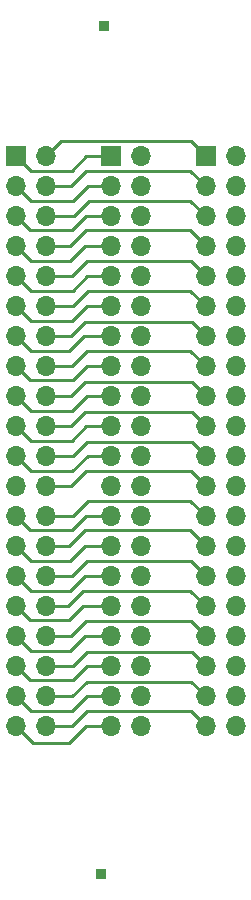
<source format=gbr>
%TF.GenerationSoftware,KiCad,Pcbnew,7.0.2-0*%
%TF.CreationDate,2023-10-04T23:28:18+02:00*%
%TF.ProjectId,Z80Pod2x40PinCable,5a383050-6f64-4327-9834-3050696e4361,rev?*%
%TF.SameCoordinates,Original*%
%TF.FileFunction,Copper,L1,Top*%
%TF.FilePolarity,Positive*%
%FSLAX46Y46*%
G04 Gerber Fmt 4.6, Leading zero omitted, Abs format (unit mm)*
G04 Created by KiCad (PCBNEW 7.0.2-0) date 2023-10-04 23:28:18*
%MOMM*%
%LPD*%
G01*
G04 APERTURE LIST*
%TA.AperFunction,ComponentPad*%
%ADD10R,1.700000X1.700000*%
%TD*%
%TA.AperFunction,ComponentPad*%
%ADD11O,1.700000X1.700000*%
%TD*%
%TA.AperFunction,ComponentPad*%
%ADD12R,0.850000X0.850000*%
%TD*%
%TA.AperFunction,Conductor*%
%ADD13C,0.250000*%
%TD*%
G04 APERTURE END LIST*
D10*
%TO.P,J2,1,Pin_1*%
%TO.N,UA10*%
X79350000Y-71500000D03*
D11*
%TO.P,J2,2,Pin_2*%
%TO.N,GND*%
X81890000Y-71500000D03*
%TO.P,J2,3,Pin_3*%
%TO.N,UA9*%
X79350000Y-74040000D03*
%TO.P,J2,4,Pin_4*%
%TO.N,GND*%
X81890000Y-74040000D03*
%TO.P,J2,5,Pin_5*%
%TO.N,UA8*%
X79350000Y-76580000D03*
%TO.P,J2,6,Pin_6*%
%TO.N,GND*%
X81890000Y-76580000D03*
%TO.P,J2,7,Pin_7*%
%TO.N,UA7*%
X79350000Y-79120000D03*
%TO.P,J2,8,Pin_8*%
%TO.N,GND*%
X81890000Y-79120000D03*
%TO.P,J2,9,Pin_9*%
%TO.N,UA6*%
X79350000Y-81660000D03*
%TO.P,J2,10,Pin_10*%
%TO.N,GND*%
X81890000Y-81660000D03*
%TO.P,J2,11,Pin_11*%
%TO.N,UA5*%
X79350000Y-84200000D03*
%TO.P,J2,12,Pin_12*%
%TO.N,GND*%
X81890000Y-84200000D03*
%TO.P,J2,13,Pin_13*%
%TO.N,UA4*%
X79350000Y-86740000D03*
%TO.P,J2,14,Pin_14*%
%TO.N,GND*%
X81890000Y-86740000D03*
%TO.P,J2,15,Pin_15*%
%TO.N,UA3*%
X79350000Y-89280000D03*
%TO.P,J2,16,Pin_16*%
%TO.N,GND*%
X81890000Y-89280000D03*
%TO.P,J2,17,Pin_17*%
%TO.N,UA2*%
X79350000Y-91820000D03*
%TO.P,J2,18,Pin_18*%
%TO.N,GND*%
X81890000Y-91820000D03*
%TO.P,J2,19,Pin_19*%
%TO.N,UA1*%
X79350000Y-94360000D03*
%TO.P,J2,20,Pin_20*%
%TO.N,GND*%
X81890000Y-94360000D03*
%TO.P,J2,21,Pin_21*%
%TO.N,UA0*%
X79350000Y-96900000D03*
%TO.P,J2,22,Pin_22*%
%TO.N,GND*%
X81890000Y-96900000D03*
%TO.P,J2,23,Pin_23*%
X79350000Y-99440000D03*
%TO.P,J2,24,Pin_24*%
X81890000Y-99440000D03*
%TO.P,J2,25,Pin_25*%
%TO.N,~{UFRSH}*%
X79350000Y-101980000D03*
%TO.P,J2,26,Pin_26*%
%TO.N,GND*%
X81890000Y-101980000D03*
%TO.P,J2,27,Pin_27*%
%TO.N,~{UM1}*%
X79350000Y-104520000D03*
%TO.P,J2,28,Pin_28*%
%TO.N,GND*%
X81890000Y-104520000D03*
%TO.P,J2,29,Pin_29*%
%TO.N,~{URESET}*%
X79350000Y-107060000D03*
%TO.P,J2,30,Pin_30*%
%TO.N,GND*%
X81890000Y-107060000D03*
%TO.P,J2,31,Pin_31*%
%TO.N,~{UBUSREQ}*%
X79350000Y-109600000D03*
%TO.P,J2,32,Pin_32*%
%TO.N,GND*%
X81890000Y-109600000D03*
%TO.P,J2,33,Pin_33*%
%TO.N,~{UWAIT}*%
X79350000Y-112140000D03*
%TO.P,J2,34,Pin_34*%
%TO.N,GND*%
X81890000Y-112140000D03*
%TO.P,J2,35,Pin_35*%
%TO.N,~{UBUSAQ}*%
X79350000Y-114680000D03*
%TO.P,J2,36,Pin_36*%
%TO.N,GND*%
X81890000Y-114680000D03*
%TO.P,J2,37,Pin_37*%
%TO.N,~{UWR}*%
X79350000Y-117220000D03*
%TO.P,J2,38,Pin_38*%
%TO.N,GND*%
X81890000Y-117220000D03*
%TO.P,J2,39,Pin_39*%
%TO.N,~{URD}*%
X79350000Y-119760000D03*
%TO.P,J2,40,Pin_40*%
%TO.N,GND*%
X81890000Y-119760000D03*
%TD*%
D12*
%TO.P,TP1,1,1*%
%TO.N,GND*%
X78750000Y-60500000D03*
%TD*%
D10*
%TO.P,J1,1,UA10*%
%TO.N,UA10*%
X71300000Y-71500000D03*
D11*
%TO.P,J1,2,UA11*%
%TO.N,UA11*%
X73840000Y-71500000D03*
%TO.P,J1,3,UA9*%
%TO.N,UA9*%
X71300000Y-74040000D03*
%TO.P,J1,4,UA12*%
%TO.N,UA12*%
X73840000Y-74040000D03*
%TO.P,J1,5,UA8*%
%TO.N,UA8*%
X71300000Y-76580000D03*
%TO.P,J1,6,UA13*%
%TO.N,UA13*%
X73840000Y-76580000D03*
%TO.P,J1,7,UA7*%
%TO.N,UA7*%
X71300000Y-79120000D03*
%TO.P,J1,8,UA14*%
%TO.N,UA14*%
X73840000Y-79120000D03*
%TO.P,J1,9,UA6*%
%TO.N,UA6*%
X71300000Y-81660000D03*
%TO.P,J1,10,UA15*%
%TO.N,UA15*%
X73840000Y-81660000D03*
%TO.P,J1,11,UA5*%
%TO.N,UA5*%
X71300000Y-84200000D03*
%TO.P,J1,12,UCLK*%
%TO.N,UCLK*%
X73840000Y-84200000D03*
%TO.P,J1,13,UA4*%
%TO.N,UA4*%
X71300000Y-86740000D03*
%TO.P,J1,14,UD4*%
%TO.N,UD4*%
X73840000Y-86740000D03*
%TO.P,J1,15,UA3*%
%TO.N,UA3*%
X71300000Y-89280000D03*
%TO.P,J1,16,UD3*%
%TO.N,UD3*%
X73840000Y-89280000D03*
%TO.P,J1,17,UA2*%
%TO.N,UA2*%
X71300000Y-91820000D03*
%TO.P,J1,18,UD5*%
%TO.N,UD5*%
X73840000Y-91820000D03*
%TO.P,J1,19,UA1*%
%TO.N,UA1*%
X71300000Y-94360000D03*
%TO.P,J1,20,UD6*%
%TO.N,UD6*%
X73840000Y-94360000D03*
%TO.P,J1,21,UA0*%
%TO.N,UA0*%
X71300000Y-96900000D03*
%TO.P,J1,22,U+5V*%
%TO.N,U+5V*%
X73840000Y-96900000D03*
%TO.P,J1,23,GND*%
%TO.N,GND*%
X71300000Y-99440000D03*
%TO.P,J1,24,UD2*%
%TO.N,UD2*%
X73840000Y-99440000D03*
%TO.P,J1,25,~{URFSH}*%
%TO.N,~{UFRSH}*%
X71300000Y-101980000D03*
%TO.P,J1,26,UD7*%
%TO.N,UD7*%
X73840000Y-101980000D03*
%TO.P,J1,27,~{UM1}*%
%TO.N,~{UM1}*%
X71300000Y-104520000D03*
%TO.P,J1,28,UD0*%
%TO.N,UD0*%
X73840000Y-104520000D03*
%TO.P,J1,29,~{URESET}*%
%TO.N,~{URESET}*%
X71300000Y-107060000D03*
%TO.P,J1,30,UD1*%
%TO.N,UD1*%
X73840000Y-107060000D03*
%TO.P,J1,31,~{UBUSREQ}*%
%TO.N,~{UBUSREQ}*%
X71300000Y-109600000D03*
%TO.P,J1,32,~{UINT}*%
%TO.N,~{UINT}*%
X73840000Y-109600000D03*
%TO.P,J1,33,~{UWAIT}*%
%TO.N,~{UWAIT}*%
X71300000Y-112140000D03*
%TO.P,J1,34,~{UNMI}*%
%TO.N,~{UNMI}*%
X73840000Y-112140000D03*
%TO.P,J1,35,~{UBUSAK}*%
%TO.N,~{UBUSAQ}*%
X71300000Y-114680000D03*
%TO.P,J1,36,~{UHALT}*%
%TO.N,~{UHALT}*%
X73840000Y-114680000D03*
%TO.P,J1,37,~{UWR}*%
%TO.N,~{UWR}*%
X71300000Y-117220000D03*
%TO.P,J1,38,~{UMREQ}*%
%TO.N,~{UMREQ}*%
X73840000Y-117220000D03*
%TO.P,J1,39,~{URD}*%
%TO.N,~{URD}*%
X71300000Y-119760000D03*
%TO.P,J1,40,~{UIORQ}*%
%TO.N,~{UIORQ}*%
X73840000Y-119760000D03*
%TD*%
D12*
%TO.P,TP2,1,1*%
%TO.N,GND*%
X78500000Y-132250000D03*
%TD*%
D10*
%TO.P,J3,1,Pin_1*%
%TO.N,UA11*%
X87350000Y-71500000D03*
D11*
%TO.P,J3,2,Pin_2*%
%TO.N,GND*%
X89890000Y-71500000D03*
%TO.P,J3,3,Pin_3*%
%TO.N,UA12*%
X87350000Y-74040000D03*
%TO.P,J3,4,Pin_4*%
%TO.N,GND*%
X89890000Y-74040000D03*
%TO.P,J3,5,Pin_5*%
%TO.N,UA13*%
X87350000Y-76580000D03*
%TO.P,J3,6,Pin_6*%
%TO.N,GND*%
X89890000Y-76580000D03*
%TO.P,J3,7,Pin_7*%
%TO.N,UA14*%
X87350000Y-79120000D03*
%TO.P,J3,8,Pin_8*%
%TO.N,GND*%
X89890000Y-79120000D03*
%TO.P,J3,9,Pin_9*%
%TO.N,UA15*%
X87350000Y-81660000D03*
%TO.P,J3,10,Pin_10*%
%TO.N,GND*%
X89890000Y-81660000D03*
%TO.P,J3,11,Pin_11*%
%TO.N,UCLK*%
X87350000Y-84200000D03*
%TO.P,J3,12,Pin_12*%
%TO.N,GND*%
X89890000Y-84200000D03*
%TO.P,J3,13,Pin_13*%
%TO.N,UD4*%
X87350000Y-86740000D03*
%TO.P,J3,14,Pin_14*%
%TO.N,GND*%
X89890000Y-86740000D03*
%TO.P,J3,15,Pin_15*%
%TO.N,UD3*%
X87350000Y-89280000D03*
%TO.P,J3,16,Pin_16*%
%TO.N,GND*%
X89890000Y-89280000D03*
%TO.P,J3,17,Pin_17*%
%TO.N,UD5*%
X87350000Y-91820000D03*
%TO.P,J3,18,Pin_18*%
%TO.N,GND*%
X89890000Y-91820000D03*
%TO.P,J3,19,Pin_19*%
%TO.N,UD6*%
X87350000Y-94360000D03*
%TO.P,J3,20,Pin_20*%
%TO.N,GND*%
X89890000Y-94360000D03*
%TO.P,J3,21,Pin_21*%
%TO.N,U+5V*%
X87350000Y-96900000D03*
%TO.P,J3,22,Pin_22*%
%TO.N,GND*%
X89890000Y-96900000D03*
%TO.P,J3,23,Pin_23*%
%TO.N,UD2*%
X87350000Y-99440000D03*
%TO.P,J3,24,Pin_24*%
%TO.N,GND*%
X89890000Y-99440000D03*
%TO.P,J3,25,Pin_25*%
%TO.N,UD7*%
X87350000Y-101980000D03*
%TO.P,J3,26,Pin_26*%
%TO.N,GND*%
X89890000Y-101980000D03*
%TO.P,J3,27,Pin_27*%
%TO.N,UD0*%
X87350000Y-104520000D03*
%TO.P,J3,28,Pin_28*%
%TO.N,GND*%
X89890000Y-104520000D03*
%TO.P,J3,29,Pin_29*%
%TO.N,UD1*%
X87350000Y-107060000D03*
%TO.P,J3,30,Pin_30*%
%TO.N,GND*%
X89890000Y-107060000D03*
%TO.P,J3,31,Pin_31*%
%TO.N,~{UINT}*%
X87350000Y-109600000D03*
%TO.P,J3,32,Pin_32*%
%TO.N,GND*%
X89890000Y-109600000D03*
%TO.P,J3,33,Pin_33*%
%TO.N,~{UNMI}*%
X87350000Y-112140000D03*
%TO.P,J3,34,Pin_34*%
%TO.N,GND*%
X89890000Y-112140000D03*
%TO.P,J3,35,Pin_35*%
%TO.N,~{UHALT}*%
X87350000Y-114680000D03*
%TO.P,J3,36,Pin_36*%
%TO.N,GND*%
X89890000Y-114680000D03*
%TO.P,J3,37,Pin_37*%
%TO.N,~{UMREQ}*%
X87350000Y-117220000D03*
%TO.P,J3,38,Pin_38*%
%TO.N,GND*%
X89890000Y-117220000D03*
%TO.P,J3,39,Pin_39*%
%TO.N,~{UIORQ}*%
X87350000Y-119760000D03*
%TO.P,J3,40,Pin_40*%
%TO.N,GND*%
X89890000Y-119760000D03*
%TD*%
D13*
%TO.N,UA10*%
X71300000Y-71500000D02*
X72550000Y-72750000D01*
X76000000Y-72750000D02*
X77250000Y-71500000D01*
X77250000Y-71500000D02*
X79350000Y-71500000D01*
X72550000Y-72750000D02*
X76000000Y-72750000D01*
%TO.N,UA11*%
X86100000Y-70250000D02*
X87350000Y-71500000D01*
X73840000Y-71500000D02*
X75090000Y-70250000D01*
X75090000Y-70250000D02*
X86100000Y-70250000D01*
%TO.N,UA9*%
X77405000Y-74040000D02*
X79350000Y-74040000D01*
X71300000Y-74040000D02*
X72560000Y-75300000D01*
X76145000Y-75300000D02*
X77405000Y-74040000D01*
X72560000Y-75300000D02*
X76145000Y-75300000D01*
%TO.N,UA12*%
X77250000Y-72750000D02*
X86060000Y-72750000D01*
X75960000Y-74040000D02*
X77250000Y-72750000D01*
X86060000Y-72750000D02*
X87350000Y-74040000D01*
X73840000Y-74040000D02*
X75960000Y-74040000D01*
%TO.N,UA8*%
X71300000Y-76580000D02*
X72520000Y-77800000D01*
X76000000Y-77800000D02*
X77220000Y-76580000D01*
X77220000Y-76580000D02*
X79350000Y-76580000D01*
X72520000Y-77800000D02*
X76000000Y-77800000D01*
%TO.N,UA13*%
X77459150Y-75300000D02*
X86070000Y-75300000D01*
X86070000Y-75300000D02*
X87350000Y-76580000D01*
X76179150Y-76580000D02*
X77459150Y-75300000D01*
X73840000Y-76580000D02*
X76179150Y-76580000D01*
%TO.N,UA7*%
X77180000Y-79120000D02*
X79350000Y-79120000D01*
X71300000Y-79120000D02*
X72580000Y-80400000D01*
X72580000Y-80400000D02*
X75900000Y-80400000D01*
X75900000Y-80400000D02*
X77180000Y-79120000D01*
%TO.N,UA14*%
X77200000Y-77800000D02*
X86030000Y-77800000D01*
X75880000Y-79120000D02*
X77200000Y-77800000D01*
X73840000Y-79120000D02*
X75880000Y-79120000D01*
X86030000Y-77800000D02*
X87350000Y-79120000D01*
%TO.N,UA6*%
X72540000Y-82900000D02*
X76105000Y-82900000D01*
X76105000Y-82900000D02*
X77345000Y-81660000D01*
X77345000Y-81660000D02*
X79350000Y-81660000D01*
X71300000Y-81660000D02*
X72540000Y-82900000D01*
%TO.N,UA15*%
X76040000Y-81660000D02*
X77300000Y-80400000D01*
X73840000Y-81660000D02*
X76040000Y-81660000D01*
X77300000Y-80400000D02*
X86090000Y-80400000D01*
X86090000Y-80400000D02*
X87350000Y-81660000D01*
%TO.N,UA5*%
X77300000Y-84200000D02*
X79350000Y-84200000D01*
X76000000Y-85500000D02*
X77300000Y-84200000D01*
X71300000Y-84200000D02*
X72600000Y-85500000D01*
X72600000Y-85500000D02*
X76000000Y-85500000D01*
%TO.N,UCLK*%
X76100000Y-84200000D02*
X77400000Y-82900000D01*
X73840000Y-84200000D02*
X76100000Y-84200000D01*
X77400000Y-82900000D02*
X86050000Y-82900000D01*
X86050000Y-82900000D02*
X87350000Y-84200000D01*
%TO.N,UA4*%
X77060000Y-86740000D02*
X79350000Y-86740000D01*
X72560000Y-88000000D02*
X75800000Y-88000000D01*
X71300000Y-86740000D02*
X72560000Y-88000000D01*
X75800000Y-88000000D02*
X77060000Y-86740000D01*
%TO.N,UD4*%
X73840000Y-86740000D02*
X75960000Y-86740000D01*
X75960000Y-86740000D02*
X77135000Y-85565000D01*
X86175000Y-85565000D02*
X87350000Y-86740000D01*
X77135000Y-85565000D02*
X86175000Y-85565000D01*
%TO.N,UA3*%
X71300000Y-89280000D02*
X72520000Y-90500000D01*
X77320000Y-89280000D02*
X79350000Y-89280000D01*
X72520000Y-90500000D02*
X76100000Y-90500000D01*
X76100000Y-90500000D02*
X77320000Y-89280000D01*
%TO.N,UD3*%
X86070000Y-88000000D02*
X87350000Y-89280000D01*
X76020000Y-89280000D02*
X77300000Y-88000000D01*
X77300000Y-88000000D02*
X86070000Y-88000000D01*
X73840000Y-89280000D02*
X76020000Y-89280000D01*
%TO.N,UA2*%
X71300000Y-91820000D02*
X72580000Y-93100000D01*
X72580000Y-93100000D02*
X76000000Y-93100000D01*
X77280000Y-91820000D02*
X79350000Y-91820000D01*
X76000000Y-93100000D02*
X77280000Y-91820000D01*
%TO.N,UD5*%
X77155000Y-90645000D02*
X86175000Y-90645000D01*
X75980000Y-91820000D02*
X77155000Y-90645000D01*
X86175000Y-90645000D02*
X87350000Y-91820000D01*
X73840000Y-91820000D02*
X75980000Y-91820000D01*
%TO.N,UA1*%
X71300000Y-94360000D02*
X72540000Y-95600000D01*
X76000000Y-95600000D02*
X77240000Y-94360000D01*
X77240000Y-94360000D02*
X79350000Y-94360000D01*
X72540000Y-95600000D02*
X76000000Y-95600000D01*
%TO.N,UD6*%
X86175000Y-93185000D02*
X87350000Y-94360000D01*
X75940000Y-94360000D02*
X77115000Y-93185000D01*
X77115000Y-93185000D02*
X86175000Y-93185000D01*
X73840000Y-94360000D02*
X75940000Y-94360000D01*
%TO.N,UA0*%
X76075000Y-98200000D02*
X77375000Y-96900000D01*
X72600000Y-98200000D02*
X76075000Y-98200000D01*
X77375000Y-96900000D02*
X79350000Y-96900000D01*
X71300000Y-96900000D02*
X72600000Y-98200000D01*
%TO.N,U+5V*%
X77275000Y-95725000D02*
X86175000Y-95725000D01*
X86175000Y-95725000D02*
X87350000Y-96900000D01*
X73840000Y-96900000D02*
X76100000Y-96900000D01*
X76100000Y-96900000D02*
X77275000Y-95725000D01*
%TO.N,UD2*%
X77200000Y-98200000D02*
X86110000Y-98200000D01*
X75960000Y-99440000D02*
X77200000Y-98200000D01*
X86110000Y-98200000D02*
X87350000Y-99440000D01*
X73840000Y-99440000D02*
X75960000Y-99440000D01*
%TO.N,~{UFRSH}*%
X71300000Y-101980000D02*
X72520000Y-103200000D01*
X77220000Y-101980000D02*
X79350000Y-101980000D01*
X76000000Y-103200000D02*
X77220000Y-101980000D01*
X72520000Y-103200000D02*
X76000000Y-103200000D01*
%TO.N,UD7*%
X77400000Y-100700000D02*
X86070000Y-100700000D01*
X73840000Y-101980000D02*
X76120000Y-101980000D01*
X76120000Y-101980000D02*
X77400000Y-100700000D01*
X86070000Y-100700000D02*
X87350000Y-101980000D01*
%TO.N,~{UM1}*%
X77180000Y-104520000D02*
X79350000Y-104520000D01*
X71300000Y-104520000D02*
X72580000Y-105800000D01*
X75900000Y-105800000D02*
X77180000Y-104520000D01*
X72580000Y-105800000D02*
X75900000Y-105800000D01*
%TO.N,UD0*%
X77100000Y-103200000D02*
X86030000Y-103200000D01*
X75780000Y-104520000D02*
X77100000Y-103200000D01*
X86030000Y-103200000D02*
X87350000Y-104520000D01*
X73840000Y-104520000D02*
X75780000Y-104520000D01*
%TO.N,~{URESET}*%
X71300000Y-107060000D02*
X72540000Y-108300000D01*
X72540000Y-108300000D02*
X75900000Y-108300000D01*
X75900000Y-108300000D02*
X77140000Y-107060000D01*
X77140000Y-107060000D02*
X79350000Y-107060000D01*
%TO.N,UD1*%
X86090000Y-105800000D02*
X87350000Y-107060000D01*
X76040000Y-107060000D02*
X77300000Y-105800000D01*
X77300000Y-105800000D02*
X86090000Y-105800000D01*
X73840000Y-107060000D02*
X76040000Y-107060000D01*
%TO.N,~{UBUSREQ}*%
X71300000Y-109600000D02*
X72500000Y-110800000D01*
X72500000Y-110800000D02*
X75800000Y-110800000D01*
X75800000Y-110800000D02*
X77000000Y-109600000D01*
X77000000Y-109600000D02*
X79350000Y-109600000D01*
%TO.N,~{UINT}*%
X77000000Y-108300000D02*
X86050000Y-108300000D01*
X75700000Y-109600000D02*
X77000000Y-108300000D01*
X86050000Y-108300000D02*
X87350000Y-109600000D01*
X73840000Y-109600000D02*
X75700000Y-109600000D01*
%TO.N,~{UWAIT}*%
X71300000Y-112140000D02*
X72560000Y-113400000D01*
X75900000Y-113400000D02*
X77160000Y-112140000D01*
X77160000Y-112140000D02*
X79350000Y-112140000D01*
X72560000Y-113400000D02*
X75900000Y-113400000D01*
%TO.N,~{UNMI}*%
X73840000Y-112140000D02*
X75960000Y-112140000D01*
X77200000Y-110900000D02*
X86110000Y-110900000D01*
X86110000Y-110900000D02*
X87350000Y-112140000D01*
X75960000Y-112140000D02*
X77200000Y-110900000D01*
%TO.N,~{UBUSAQ}*%
X72520000Y-115900000D02*
X76100000Y-115900000D01*
X71300000Y-114680000D02*
X72520000Y-115900000D01*
X76100000Y-115900000D02*
X77320000Y-114680000D01*
X77320000Y-114680000D02*
X79350000Y-114680000D01*
%TO.N,~{UHALT}*%
X77295000Y-113505000D02*
X86175000Y-113505000D01*
X73840000Y-114680000D02*
X76120000Y-114680000D01*
X76120000Y-114680000D02*
X77295000Y-113505000D01*
X86175000Y-113505000D02*
X87350000Y-114680000D01*
%TO.N,~{UWR}*%
X71300000Y-117220000D02*
X72580000Y-118500000D01*
X77280000Y-117220000D02*
X79350000Y-117220000D01*
X72580000Y-118500000D02*
X76000000Y-118500000D01*
X76000000Y-118500000D02*
X77280000Y-117220000D01*
%TO.N,~{UMREQ}*%
X76080000Y-117220000D02*
X77300000Y-116000000D01*
X77300000Y-116000000D02*
X86130000Y-116000000D01*
X86130000Y-116000000D02*
X87350000Y-117220000D01*
X73840000Y-117220000D02*
X76080000Y-117220000D01*
%TO.N,~{URD}*%
X71300000Y-119760000D02*
X72740000Y-121200000D01*
X75800000Y-121200000D02*
X77240000Y-119760000D01*
X77240000Y-119760000D02*
X79350000Y-119760000D01*
X72740000Y-121200000D02*
X75800000Y-121200000D01*
%TO.N,~{UIORQ}*%
X76040000Y-119760000D02*
X77300000Y-118500000D01*
X73840000Y-119760000D02*
X76040000Y-119760000D01*
X77300000Y-118500000D02*
X86090000Y-118500000D01*
X86090000Y-118500000D02*
X87350000Y-119760000D01*
%TD*%
M02*

</source>
